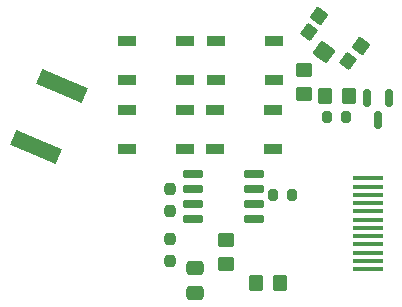
<source format=gbr>
%TF.GenerationSoftware,KiCad,Pcbnew,8.0.1*%
%TF.CreationDate,2024-04-01T21:43:51+02:00*%
%TF.ProjectId,SenseLoraCAM,53656e73-654c-46f7-9261-43414d2e6b69,rev?*%
%TF.SameCoordinates,Original*%
%TF.FileFunction,Paste,Bot*%
%TF.FilePolarity,Positive*%
%FSLAX46Y46*%
G04 Gerber Fmt 4.6, Leading zero omitted, Abs format (unit mm)*
G04 Created by KiCad (PCBNEW 8.0.1) date 2024-04-01 21:43:51*
%MOMM*%
%LPD*%
G01*
G04 APERTURE LIST*
G04 Aperture macros list*
%AMRoundRect*
0 Rectangle with rounded corners*
0 $1 Rounding radius*
0 $2 $3 $4 $5 $6 $7 $8 $9 X,Y pos of 4 corners*
0 Add a 4 corners polygon primitive as box body*
4,1,4,$2,$3,$4,$5,$6,$7,$8,$9,$2,$3,0*
0 Add four circle primitives for the rounded corners*
1,1,$1+$1,$2,$3*
1,1,$1+$1,$4,$5*
1,1,$1+$1,$6,$7*
1,1,$1+$1,$8,$9*
0 Add four rect primitives between the rounded corners*
20,1,$1+$1,$2,$3,$4,$5,0*
20,1,$1+$1,$4,$5,$6,$7,0*
20,1,$1+$1,$6,$7,$8,$9,0*
20,1,$1+$1,$8,$9,$2,$3,0*%
%AMRotRect*
0 Rectangle, with rotation*
0 The origin of the aperture is its center*
0 $1 length*
0 $2 width*
0 $3 Rotation angle, in degrees counterclockwise*
0 Add horizontal line*
21,1,$1,$2,0,0,$3*%
G04 Aperture macros list end*
%ADD10RotRect,1.350000X4.200000X247.000000*%
%ADD11RoundRect,0.250000X-0.475000X0.337500X-0.475000X-0.337500X0.475000X-0.337500X0.475000X0.337500X0*%
%ADD12RoundRect,0.250000X0.450000X-0.350000X0.450000X0.350000X-0.450000X0.350000X-0.450000X-0.350000X0*%
%ADD13R,1.500000X0.900000*%
%ADD14RoundRect,0.250000X0.350000X0.450000X-0.350000X0.450000X-0.350000X-0.450000X0.350000X-0.450000X0*%
%ADD15R,2.500000X0.350000*%
%ADD16RoundRect,0.200000X0.200000X0.275000X-0.200000X0.275000X-0.200000X-0.275000X0.200000X-0.275000X0*%
%ADD17RoundRect,0.150000X-0.150000X0.587500X-0.150000X-0.587500X0.150000X-0.587500X0.150000X0.587500X0*%
%ADD18RoundRect,0.165000X-0.567158X-0.125625X0.055785X-0.578220X0.567158X0.125625X-0.055785X0.578220X0*%
%ADD19RoundRect,0.180000X-0.586657X-0.092917X0.092917X-0.586657X0.586657X0.092917X-0.092917X0.586657X0*%
%ADD20RoundRect,0.210000X-0.724884X-0.079014X0.148854X-0.713822X0.724884X0.079014X-0.148854X0.713822X0*%
%ADD21RoundRect,0.250000X-0.350000X-0.450000X0.350000X-0.450000X0.350000X0.450000X-0.350000X0.450000X0*%
%ADD22RoundRect,0.237500X0.237500X-0.250000X0.237500X0.250000X-0.237500X0.250000X-0.237500X-0.250000X0*%
%ADD23RoundRect,0.237500X-0.237500X0.250000X-0.237500X-0.250000X0.237500X-0.250000X0.237500X0.250000X0*%
%ADD24RoundRect,0.200000X-0.200000X-0.275000X0.200000X-0.275000X0.200000X0.275000X-0.200000X0.275000X0*%
%ADD25RoundRect,0.150000X0.725000X0.150000X-0.725000X0.150000X-0.725000X-0.150000X0.725000X-0.150000X0*%
G04 APERTURE END LIST*
D10*
%TO.C,AE1*%
X100320022Y-70294942D03*
X98112392Y-75495794D03*
%TD*%
D11*
%TO.C,C3*%
X111600000Y-85762500D03*
X111600000Y-87837500D03*
%TD*%
D12*
%TO.C,R21*%
X120800000Y-71000000D03*
X120800000Y-69000000D03*
%TD*%
D13*
%TO.C,D6*%
X105850000Y-69800000D03*
X105850000Y-66500000D03*
X110750000Y-66500000D03*
X110750000Y-69800000D03*
%TD*%
D14*
%TO.C,R19*%
X118775000Y-87000000D03*
X116775000Y-87000000D03*
%TD*%
D15*
%TO.C,U5*%
X126275000Y-78150000D03*
X126275000Y-78850000D03*
X126275000Y-79550000D03*
X126275000Y-80250000D03*
X126275000Y-80950000D03*
X126275000Y-81650000D03*
X126275000Y-82350000D03*
X126275000Y-83050000D03*
X126275000Y-83750000D03*
X126275000Y-84450000D03*
X126275000Y-85150000D03*
X126275000Y-85850000D03*
%TD*%
D16*
%TO.C,R16*%
X124425000Y-73000000D03*
X122775000Y-73000000D03*
%TD*%
D13*
%TO.C,D2*%
X105850000Y-75650000D03*
X105850000Y-72350000D03*
X110750000Y-72350000D03*
X110750000Y-75650000D03*
%TD*%
D17*
%TO.C,Q1*%
X126137500Y-71375000D03*
X128037500Y-71375000D03*
X127087500Y-73250000D03*
%TD*%
D18*
%TO.C,SW2*%
X121246640Y-65774433D03*
X124563608Y-68184353D03*
D19*
X122065743Y-64391839D03*
D20*
X122537758Y-67485029D03*
D19*
X125625418Y-66978094D03*
%TD*%
D12*
%TO.C,R2*%
X114200000Y-85400000D03*
X114200000Y-83400000D03*
%TD*%
D13*
%TO.C,D7*%
X113400000Y-69800000D03*
X113400000Y-66500000D03*
X118300000Y-66500000D03*
X118300000Y-69800000D03*
%TD*%
D21*
%TO.C,R17*%
X122625000Y-71200000D03*
X124625000Y-71200000D03*
%TD*%
D13*
%TO.C,D1*%
X113300000Y-75650000D03*
X113300000Y-72350000D03*
X118200000Y-72350000D03*
X118200000Y-75650000D03*
%TD*%
D22*
%TO.C,R3*%
X109500000Y-80912500D03*
X109500000Y-79087500D03*
%TD*%
D23*
%TO.C,R7*%
X109500000Y-83287500D03*
X109500000Y-85112500D03*
%TD*%
D24*
%TO.C,R18*%
X118200000Y-79600000D03*
X119850000Y-79600000D03*
%TD*%
D25*
%TO.C,U6*%
X116600000Y-77790000D03*
X116600000Y-79060000D03*
X116600000Y-80330000D03*
X116600000Y-81600000D03*
X111450000Y-81600000D03*
X111450000Y-80330000D03*
X111450000Y-79060000D03*
X111450000Y-77790000D03*
%TD*%
M02*

</source>
